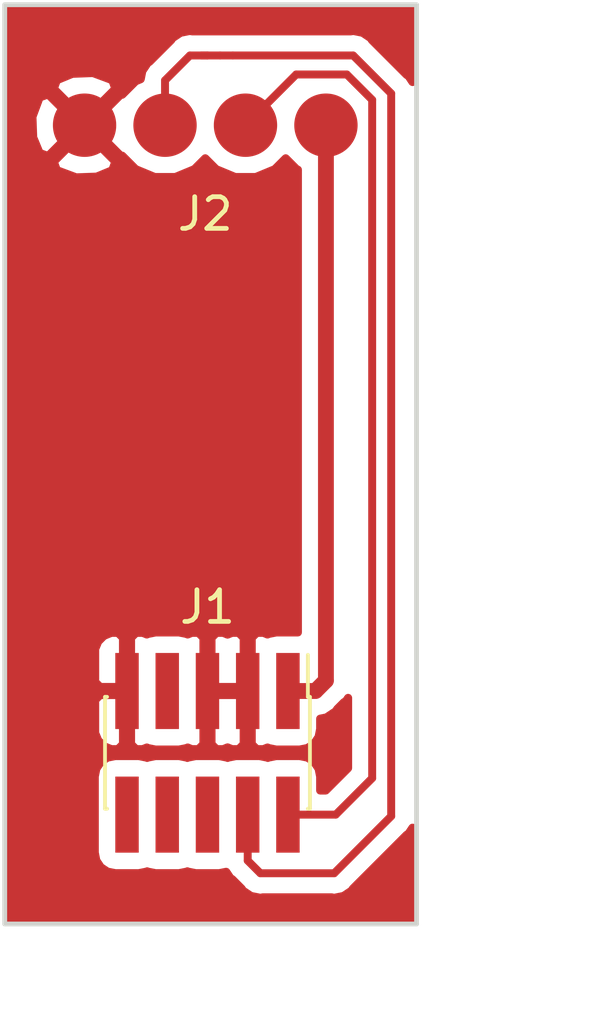
<source format=kicad_pcb>
(kicad_pcb (version 20171130) (host pcbnew 5.0.0-rc2-dev-unknown+dfsg1+20180318-3)

  (general
    (thickness 1.6)
    (drawings 6)
    (tracks 22)
    (zones 0)
    (modules 2)
    (nets 9)
  )

  (page A4)
  (layers
    (0 F.Cu signal)
    (31 B.Cu signal)
    (32 B.Adhes user)
    (33 F.Adhes user)
    (34 B.Paste user)
    (35 F.Paste user)
    (36 B.SilkS user)
    (37 F.SilkS user)
    (38 B.Mask user)
    (39 F.Mask user)
    (40 Dwgs.User user)
    (41 Cmts.User user)
    (42 Eco1.User user)
    (43 Eco2.User user)
    (44 Edge.Cuts user)
    (45 Margin user)
    (46 B.CrtYd user)
    (47 F.CrtYd user)
    (48 B.Fab user)
    (49 F.Fab user)
  )

  (setup
    (last_trace_width 0.25)
    (user_trace_width 0.25)
    (user_trace_width 0.5)
    (trace_clearance 0.25)
    (zone_clearance 0.508)
    (zone_45_only no)
    (trace_min 0.25)
    (segment_width 0.2)
    (edge_width 0.15)
    (via_size 0.8)
    (via_drill 0.4)
    (via_min_size 0.4)
    (via_min_drill 0.3)
    (uvia_size 0.3)
    (uvia_drill 0.1)
    (uvias_allowed no)
    (uvia_min_size 0.2)
    (uvia_min_drill 0.1)
    (pcb_text_width 0.3)
    (pcb_text_size 1.5 1.5)
    (mod_edge_width 0.15)
    (mod_text_size 1 1)
    (mod_text_width 0.15)
    (pad_size 1.524 1.524)
    (pad_drill 0.762)
    (pad_to_mask_clearance 0.2)
    (aux_axis_origin 0 0)
    (visible_elements FFFFFF7F)
    (pcbplotparams
      (layerselection 0x010fc_ffffffff)
      (usegerberextensions false)
      (usegerberattributes false)
      (usegerberadvancedattributes false)
      (creategerberjobfile false)
      (excludeedgelayer true)
      (linewidth 0.100000)
      (plotframeref false)
      (viasonmask false)
      (mode 1)
      (useauxorigin false)
      (hpglpennumber 1)
      (hpglpenspeed 20)
      (hpglpendiameter 15)
      (psnegative false)
      (psa4output false)
      (plotreference true)
      (plotvalue true)
      (plotinvisibletext false)
      (padsonsilk false)
      (subtractmaskfromsilk false)
      (outputformat 1)
      (mirror false)
      (drillshape 0)
      (scaleselection 1)
      (outputdirectory output/))
  )

  (net 0 "")
  (net 1 "Net-(J1-Pad1)")
  (net 2 "Net-(J1-Pad2)")
  (net 3 "Net-(J1-Pad4)")
  (net 4 "Net-(J1-Pad3)")
  (net 5 "Net-(J1-Pad6)")
  (net 6 "Net-(J1-Pad7)")
  (net 7 "Net-(J1-Pad8)")
  (net 8 "Net-(J1-Pad10)")

  (net_class Default "This is the default net class."
    (clearance 0.25)
    (trace_width 0.25)
    (via_dia 0.8)
    (via_drill 0.4)
    (uvia_dia 0.3)
    (uvia_drill 0.1)
    (diff_pair_gap 0.25)
    (diff_pair_width 0.25)
    (add_net "Net-(J1-Pad1)")
    (add_net "Net-(J1-Pad10)")
    (add_net "Net-(J1-Pad2)")
    (add_net "Net-(J1-Pad3)")
    (add_net "Net-(J1-Pad4)")
    (add_net "Net-(J1-Pad6)")
    (add_net "Net-(J1-Pad7)")
    (add_net "Net-(J1-Pad8)")
  )

  (module Connector_PinHeader_1.27mm:PinHeader_2x05_P1.27mm_Vertical_SMD (layer F.Cu) (tedit 59FED6E3) (tstamp 5B228E2B)
    (at 138.4 68.6 270)
    (descr "surface-mounted straight pin header, 2x05, 1.27mm pitch, double rows")
    (tags "Surface mounted pin header SMD 2x05 1.27mm double row")
    (path /5B076888)
    (attr smd)
    (fp_text reference J1 (at -4.6 0) (layer F.SilkS)
      (effects (font (size 1 1) (thickness 0.15)))
    )
    (fp_text value Conn_02x05_Odd_Even (at 0 4.235 90) (layer F.Fab)
      (effects (font (size 1 1) (thickness 0.15)))
    )
    (fp_line (start 1.705 3.175) (end -1.705 3.175) (layer F.Fab) (width 0.1))
    (fp_line (start -1.27 -3.175) (end 1.705 -3.175) (layer F.Fab) (width 0.1))
    (fp_line (start -1.705 3.175) (end -1.705 -2.74) (layer F.Fab) (width 0.1))
    (fp_line (start -1.705 -2.74) (end -1.27 -3.175) (layer F.Fab) (width 0.1))
    (fp_line (start 1.705 -3.175) (end 1.705 3.175) (layer F.Fab) (width 0.1))
    (fp_line (start -1.705 -2.74) (end -2.75 -2.74) (layer F.Fab) (width 0.1))
    (fp_line (start -2.75 -2.74) (end -2.75 -2.34) (layer F.Fab) (width 0.1))
    (fp_line (start -2.75 -2.34) (end -1.705 -2.34) (layer F.Fab) (width 0.1))
    (fp_line (start 1.705 -2.74) (end 2.75 -2.74) (layer F.Fab) (width 0.1))
    (fp_line (start 2.75 -2.74) (end 2.75 -2.34) (layer F.Fab) (width 0.1))
    (fp_line (start 2.75 -2.34) (end 1.705 -2.34) (layer F.Fab) (width 0.1))
    (fp_line (start -1.705 -1.47) (end -2.75 -1.47) (layer F.Fab) (width 0.1))
    (fp_line (start -2.75 -1.47) (end -2.75 -1.07) (layer F.Fab) (width 0.1))
    (fp_line (start -2.75 -1.07) (end -1.705 -1.07) (layer F.Fab) (width 0.1))
    (fp_line (start 1.705 -1.47) (end 2.75 -1.47) (layer F.Fab) (width 0.1))
    (fp_line (start 2.75 -1.47) (end 2.75 -1.07) (layer F.Fab) (width 0.1))
    (fp_line (start 2.75 -1.07) (end 1.705 -1.07) (layer F.Fab) (width 0.1))
    (fp_line (start -1.705 -0.2) (end -2.75 -0.2) (layer F.Fab) (width 0.1))
    (fp_line (start -2.75 -0.2) (end -2.75 0.2) (layer F.Fab) (width 0.1))
    (fp_line (start -2.75 0.2) (end -1.705 0.2) (layer F.Fab) (width 0.1))
    (fp_line (start 1.705 -0.2) (end 2.75 -0.2) (layer F.Fab) (width 0.1))
    (fp_line (start 2.75 -0.2) (end 2.75 0.2) (layer F.Fab) (width 0.1))
    (fp_line (start 2.75 0.2) (end 1.705 0.2) (layer F.Fab) (width 0.1))
    (fp_line (start -1.705 1.07) (end -2.75 1.07) (layer F.Fab) (width 0.1))
    (fp_line (start -2.75 1.07) (end -2.75 1.47) (layer F.Fab) (width 0.1))
    (fp_line (start -2.75 1.47) (end -1.705 1.47) (layer F.Fab) (width 0.1))
    (fp_line (start 1.705 1.07) (end 2.75 1.07) (layer F.Fab) (width 0.1))
    (fp_line (start 2.75 1.07) (end 2.75 1.47) (layer F.Fab) (width 0.1))
    (fp_line (start 2.75 1.47) (end 1.705 1.47) (layer F.Fab) (width 0.1))
    (fp_line (start -1.705 2.34) (end -2.75 2.34) (layer F.Fab) (width 0.1))
    (fp_line (start -2.75 2.34) (end -2.75 2.74) (layer F.Fab) (width 0.1))
    (fp_line (start -2.75 2.74) (end -1.705 2.74) (layer F.Fab) (width 0.1))
    (fp_line (start 1.705 2.34) (end 2.75 2.34) (layer F.Fab) (width 0.1))
    (fp_line (start 2.75 2.34) (end 2.75 2.74) (layer F.Fab) (width 0.1))
    (fp_line (start 2.75 2.74) (end 1.705 2.74) (layer F.Fab) (width 0.1))
    (fp_line (start -1.765 -3.235) (end 1.765 -3.235) (layer F.SilkS) (width 0.12))
    (fp_line (start -1.765 3.235) (end 1.765 3.235) (layer F.SilkS) (width 0.12))
    (fp_line (start -3.09 -3.17) (end -1.765 -3.17) (layer F.SilkS) (width 0.12))
    (fp_line (start -1.765 -3.235) (end -1.765 -3.17) (layer F.SilkS) (width 0.12))
    (fp_line (start 1.765 -3.235) (end 1.765 -3.17) (layer F.SilkS) (width 0.12))
    (fp_line (start -1.765 3.17) (end -1.765 3.235) (layer F.SilkS) (width 0.12))
    (fp_line (start 1.765 3.17) (end 1.765 3.235) (layer F.SilkS) (width 0.12))
    (fp_line (start -4.3 -3.7) (end -4.3 3.7) (layer F.CrtYd) (width 0.05))
    (fp_line (start -4.3 3.7) (end 4.3 3.7) (layer F.CrtYd) (width 0.05))
    (fp_line (start 4.3 3.7) (end 4.3 -3.7) (layer F.CrtYd) (width 0.05))
    (fp_line (start 4.3 -3.7) (end -4.3 -3.7) (layer F.CrtYd) (width 0.05))
    (fp_text user %R (at 0 0) (layer F.Fab)
      (effects (font (size 1 1) (thickness 0.15)))
    )
    (pad 1 smd rect (at -1.95 -2.54 270) (size 2.4 0.74) (layers F.Cu F.Paste F.Mask)
      (net 1 "Net-(J1-Pad1)"))
    (pad 2 smd rect (at 1.95 -2.54 270) (size 2.4 0.74) (layers F.Cu F.Paste F.Mask)
      (net 2 "Net-(J1-Pad2)"))
    (pad 3 smd rect (at -1.95 -1.27 270) (size 2.4 0.74) (layers F.Cu F.Paste F.Mask)
      (net 4 "Net-(J1-Pad3)"))
    (pad 4 smd rect (at 1.95 -1.27 270) (size 2.4 0.74) (layers F.Cu F.Paste F.Mask)
      (net 3 "Net-(J1-Pad4)"))
    (pad 5 smd rect (at -1.95 0 270) (size 2.4 0.74) (layers F.Cu F.Paste F.Mask)
      (net 4 "Net-(J1-Pad3)"))
    (pad 6 smd rect (at 1.95 0 270) (size 2.4 0.74) (layers F.Cu F.Paste F.Mask)
      (net 5 "Net-(J1-Pad6)"))
    (pad 7 smd rect (at -1.95 1.27 270) (size 2.4 0.74) (layers F.Cu F.Paste F.Mask)
      (net 6 "Net-(J1-Pad7)"))
    (pad 8 smd rect (at 1.95 1.27 270) (size 2.4 0.74) (layers F.Cu F.Paste F.Mask)
      (net 7 "Net-(J1-Pad8)"))
    (pad 9 smd rect (at -1.95 2.54 270) (size 2.4 0.74) (layers F.Cu F.Paste F.Mask)
      (net 4 "Net-(J1-Pad3)"))
    (pad 10 smd rect (at 1.95 2.54 270) (size 2.4 0.74) (layers F.Cu F.Paste F.Mask)
      (net 8 "Net-(J1-Pad10)"))
    (model ${KISYS3DMOD}/Connector_PinHeader_1.27mm.3dshapes/PinHeader_2x05_P1.27mm_Vertical_SMD.wrl
      (at (xyz 0 0 0))
      (scale (xyz 1 1 1))
      (rotate (xyz 0 0 0))
    )
  )

  (module DC26badge:SWD_POGO (layer F.Cu) (tedit 5B01D8E7) (tstamp 5B228CA6)
    (at 138.33 48.8 180)
    (path /5B0769F6)
    (fp_text reference J2 (at 0 -2.8 180) (layer F.SilkS)
      (effects (font (size 1 1) (thickness 0.15)))
    )
    (fp_text value Conn_01x04 (at 0 -3.048 180) (layer F.Fab)
      (effects (font (size 1 1) (thickness 0.15)))
    )
    (pad 1 smd circle (at -3.81 0 180) (size 2 2) (layers F.Cu F.Paste F.Mask)
      (net 1 "Net-(J1-Pad1)"))
    (pad 2 smd circle (at -1.27 0 180) (size 2 2) (layers F.Cu F.Paste F.Mask)
      (net 2 "Net-(J1-Pad2)"))
    (pad 3 smd circle (at 1.27 0 180) (size 2 2) (layers F.Cu F.Paste F.Mask)
      (net 3 "Net-(J1-Pad4)"))
    (pad 4 smd circle (at 3.81 0 180) (size 2 2) (layers F.Cu F.Paste F.Mask)
      (net 4 "Net-(J1-Pad3)"))
  )

  (dimension 13 (width 0.3) (layer Dwgs.User)
    (gr_text "13.000 mm" (at 138.5 77.35) (layer Dwgs.User)
      (effects (font (size 1.5 1.5) (thickness 0.3)))
    )
    (feature1 (pts (xy 145 74.6) (xy 145 78.7)))
    (feature2 (pts (xy 132 74.6) (xy 132 78.7)))
    (crossbar (pts (xy 132 76) (xy 145 76)))
    (arrow1a (pts (xy 145 76) (xy 143.873496 76.586421)))
    (arrow1b (pts (xy 145 76) (xy 143.873496 75.413579)))
    (arrow2a (pts (xy 132 76) (xy 133.126504 76.586421)))
    (arrow2b (pts (xy 132 76) (xy 133.126504 75.413579)))
  )
  (dimension 29 (width 0.3) (layer Dwgs.User)
    (gr_text "29.000 mm" (at 148.15 59.5 270) (layer Dwgs.User)
      (effects (font (size 1.5 1.5) (thickness 0.3)))
    )
    (feature1 (pts (xy 145.4 74) (xy 149.5 74)))
    (feature2 (pts (xy 145.4 45) (xy 149.5 45)))
    (crossbar (pts (xy 146.8 45) (xy 146.8 74)))
    (arrow1a (pts (xy 146.8 74) (xy 146.213579 72.873496)))
    (arrow1b (pts (xy 146.8 74) (xy 147.386421 72.873496)))
    (arrow2a (pts (xy 146.8 45) (xy 146.213579 46.126504)))
    (arrow2b (pts (xy 146.8 45) (xy 147.386421 46.126504)))
  )
  (gr_line (start 132 45) (end 132 74) (layer Edge.Cuts) (width 0.15))
  (gr_line (start 145 45) (end 132 45) (layer Edge.Cuts) (width 0.15))
  (gr_line (start 145 74) (end 145 45) (layer Edge.Cuts) (width 0.15))
  (gr_line (start 132 74) (end 145 74) (layer Edge.Cuts) (width 0.15))

  (segment (start 142.14 48.8) (end 142.14 66.32) (width 0.5) (layer F.Cu) (net 1))
  (segment (start 142.14 66.32) (end 141.81 66.65) (width 0.5) (layer F.Cu) (net 1))
  (segment (start 141.81 66.65) (end 140.94 66.65) (width 0.5) (layer F.Cu) (net 1))
  (segment (start 141.2 47.2) (end 142.8 47.2) (width 0.25) (layer F.Cu) (net 2))
  (segment (start 139.6 48.8) (end 141.2 47.2) (width 0.25) (layer F.Cu) (net 2))
  (segment (start 142.8 47.2) (end 143.6 48) (width 0.25) (layer F.Cu) (net 2))
  (segment (start 143.6 69.4) (end 142.45 70.55) (width 0.25) (layer F.Cu) (net 2))
  (segment (start 143.6 48) (end 143.6 69.4) (width 0.25) (layer F.Cu) (net 2))
  (segment (start 142.45 70.55) (end 140.94 70.55) (width 0.25) (layer F.Cu) (net 2))
  (segment (start 138.4 46.6) (end 138.2 46.6) (width 0.25) (layer F.Cu) (net 3))
  (segment (start 138.8 46.6) (end 138.4 46.6) (width 0.25) (layer F.Cu) (net 3))
  (segment (start 137.06 48.8) (end 137.06 47.385787) (width 0.25) (layer F.Cu) (net 3))
  (segment (start 137.06 47.385787) (end 137.845787 46.6) (width 0.25) (layer F.Cu) (net 3))
  (segment (start 137.845787 46.6) (end 138.4 46.6) (width 0.25) (layer F.Cu) (net 3))
  (segment (start 139.2 46.6) (end 138.8 46.6) (width 0.25) (layer F.Cu) (net 3))
  (segment (start 143 46.6) (end 139.2 46.6) (width 0.25) (layer F.Cu) (net 3))
  (segment (start 144.2 47.8) (end 143 46.6) (width 0.25) (layer F.Cu) (net 3))
  (segment (start 144.2 70.6) (end 144.2 47.8) (width 0.25) (layer F.Cu) (net 3))
  (segment (start 142.4 72.4) (end 144.2 70.6) (width 0.25) (layer F.Cu) (net 3))
  (segment (start 140.07 72.4) (end 142.4 72.4) (width 0.25) (layer F.Cu) (net 3))
  (segment (start 139.67 70.55) (end 139.67 72) (width 0.25) (layer F.Cu) (net 3))
  (segment (start 139.67 72) (end 140.07 72.4) (width 0.25) (layer F.Cu) (net 3))

  (zone (net 4) (net_name "Net-(J1-Pad3)") (layer F.Cu) (tstamp 0) (hatch edge 0.508)
    (connect_pads (clearance 0.508))
    (min_thickness 0.254)
    (fill yes (mode segment) (arc_segments 16) (thermal_gap 0.508) (thermal_bridge_width 0.508))
    (polygon
      (pts
        (xy 132 45) (xy 132 74) (xy 145 74) (xy 145 45)
      )
    )
    (filled_polygon
      (pts
        (xy 144.873 47.439253) (xy 144.747929 47.252071) (xy 144.684473 47.209671) (xy 143.590331 46.11553) (xy 143.547929 46.052071)
        (xy 143.296537 45.884096) (xy 143.074852 45.84) (xy 143.074847 45.84) (xy 143 45.825112) (xy 142.925153 45.84)
        (xy 137.920635 45.84) (xy 137.845787 45.825112) (xy 137.770939 45.84) (xy 137.770935 45.84) (xy 137.54925 45.884096)
        (xy 137.297858 46.052071) (xy 137.255458 46.115527) (xy 136.575528 46.795458) (xy 136.512072 46.837858) (xy 136.344097 47.08925)
        (xy 136.317073 47.225111) (xy 136.292597 47.348158) (xy 136.133847 47.413914) (xy 135.707689 47.840072) (xy 135.672532 47.827073)
        (xy 134.699605 48.8) (xy 135.672532 49.772927) (xy 135.707689 49.759928) (xy 136.133847 50.186086) (xy 136.734778 50.435)
        (xy 137.385222 50.435) (xy 137.986153 50.186086) (xy 138.33 49.842239) (xy 138.673847 50.186086) (xy 139.274778 50.435)
        (xy 139.925222 50.435) (xy 140.526153 50.186086) (xy 140.87 49.842239) (xy 141.213847 50.186086) (xy 141.255 50.203132)
        (xy 141.255001 64.80256) (xy 140.57 64.80256) (xy 140.322235 64.851843) (xy 140.296604 64.868969) (xy 140.16631 64.815)
        (xy 139.95575 64.815) (xy 139.797 64.97375) (xy 139.797 66.523) (xy 139.817 66.523) (xy 139.817 66.777)
        (xy 139.797 66.777) (xy 139.797 68.32625) (xy 139.95575 68.485) (xy 140.16631 68.485) (xy 140.296604 68.431031)
        (xy 140.322235 68.448157) (xy 140.57 68.49744) (xy 141.31 68.49744) (xy 141.557765 68.448157) (xy 141.767809 68.307809)
        (xy 141.908157 68.097765) (xy 141.95744 67.85) (xy 141.95744 67.523011) (xy 142.15531 67.483652) (xy 142.448049 67.288049)
        (xy 142.497425 67.214153) (xy 142.704153 67.007425) (xy 142.778049 66.958049) (xy 142.840001 66.865332) (xy 142.840001 69.085197)
        (xy 142.135199 69.79) (xy 141.95744 69.79) (xy 141.95744 69.35) (xy 141.908157 69.102235) (xy 141.767809 68.892191)
        (xy 141.557765 68.751843) (xy 141.31 68.70256) (xy 140.57 68.70256) (xy 140.322235 68.751843) (xy 140.305 68.763359)
        (xy 140.287765 68.751843) (xy 140.04 68.70256) (xy 139.3 68.70256) (xy 139.052235 68.751843) (xy 139.035 68.763359)
        (xy 139.017765 68.751843) (xy 138.77 68.70256) (xy 138.03 68.70256) (xy 137.782235 68.751843) (xy 137.765 68.763359)
        (xy 137.747765 68.751843) (xy 137.5 68.70256) (xy 136.76 68.70256) (xy 136.512235 68.751843) (xy 136.495 68.763359)
        (xy 136.477765 68.751843) (xy 136.23 68.70256) (xy 135.49 68.70256) (xy 135.242235 68.751843) (xy 135.032191 68.892191)
        (xy 134.891843 69.102235) (xy 134.84256 69.35) (xy 134.84256 71.75) (xy 134.891843 71.997765) (xy 135.032191 72.207809)
        (xy 135.242235 72.348157) (xy 135.49 72.39744) (xy 136.23 72.39744) (xy 136.477765 72.348157) (xy 136.495 72.336641)
        (xy 136.512235 72.348157) (xy 136.76 72.39744) (xy 137.5 72.39744) (xy 137.747765 72.348157) (xy 137.765 72.336641)
        (xy 137.782235 72.348157) (xy 138.03 72.39744) (xy 138.77 72.39744) (xy 138.992011 72.35328) (xy 139.122072 72.547929)
        (xy 139.185527 72.590329) (xy 139.479671 72.884472) (xy 139.522071 72.947929) (xy 139.773463 73.115904) (xy 139.995148 73.16)
        (xy 139.995152 73.16) (xy 140.069999 73.174888) (xy 140.144846 73.16) (xy 142.325153 73.16) (xy 142.4 73.174888)
        (xy 142.474847 73.16) (xy 142.474852 73.16) (xy 142.696537 73.115904) (xy 142.947929 72.947929) (xy 142.990331 72.88447)
        (xy 144.684476 71.190327) (xy 144.747929 71.147929) (xy 144.790327 71.084476) (xy 144.790329 71.084474) (xy 144.873 70.960747)
        (xy 144.873 73.873) (xy 132.127 73.873) (xy 132.127 66.93575) (xy 134.855 66.93575) (xy 134.855 67.976309)
        (xy 134.951673 68.209698) (xy 135.130301 68.388327) (xy 135.36369 68.485) (xy 135.57425 68.485) (xy 135.733 68.32625)
        (xy 135.733 66.777) (xy 135.01375 66.777) (xy 134.855 66.93575) (xy 132.127 66.93575) (xy 132.127 65.323691)
        (xy 134.855 65.323691) (xy 134.855 66.36425) (xy 135.01375 66.523) (xy 135.733 66.523) (xy 135.733 64.97375)
        (xy 135.987 64.97375) (xy 135.987 66.523) (xy 136.007 66.523) (xy 136.007 66.777) (xy 135.987 66.777)
        (xy 135.987 68.32625) (xy 136.14575 68.485) (xy 136.35631 68.485) (xy 136.486604 68.431031) (xy 136.512235 68.448157)
        (xy 136.76 68.49744) (xy 137.5 68.49744) (xy 137.747765 68.448157) (xy 137.773396 68.431031) (xy 137.90369 68.485)
        (xy 138.11425 68.485) (xy 138.273 68.32625) (xy 138.273 66.777) (xy 138.527 66.777) (xy 138.527 68.32625)
        (xy 138.68575 68.485) (xy 138.89631 68.485) (xy 139.035 68.427553) (xy 139.17369 68.485) (xy 139.38425 68.485)
        (xy 139.543 68.32625) (xy 139.543 66.777) (xy 138.527 66.777) (xy 138.273 66.777) (xy 138.253 66.777)
        (xy 138.253 66.523) (xy 138.273 66.523) (xy 138.273 64.97375) (xy 138.527 64.97375) (xy 138.527 66.523)
        (xy 139.543 66.523) (xy 139.543 64.97375) (xy 139.38425 64.815) (xy 139.17369 64.815) (xy 139.035 64.872447)
        (xy 138.89631 64.815) (xy 138.68575 64.815) (xy 138.527 64.97375) (xy 138.273 64.97375) (xy 138.11425 64.815)
        (xy 137.90369 64.815) (xy 137.773396 64.868969) (xy 137.747765 64.851843) (xy 137.5 64.80256) (xy 136.76 64.80256)
        (xy 136.512235 64.851843) (xy 136.486604 64.868969) (xy 136.35631 64.815) (xy 136.14575 64.815) (xy 135.987 64.97375)
        (xy 135.733 64.97375) (xy 135.57425 64.815) (xy 135.36369 64.815) (xy 135.130301 64.911673) (xy 134.951673 65.090302)
        (xy 134.855 65.323691) (xy 132.127 65.323691) (xy 132.127 49.952532) (xy 133.547073 49.952532) (xy 133.645736 50.219387)
        (xy 134.255461 50.445908) (xy 134.90546 50.421856) (xy 135.394264 50.219387) (xy 135.492927 49.952532) (xy 134.52 48.979605)
        (xy 133.547073 49.952532) (xy 132.127 49.952532) (xy 132.127 48.535461) (xy 132.874092 48.535461) (xy 132.898144 49.18546)
        (xy 133.100613 49.674264) (xy 133.367468 49.772927) (xy 134.340395 48.8) (xy 133.367468 47.827073) (xy 133.100613 47.925736)
        (xy 132.874092 48.535461) (xy 132.127 48.535461) (xy 132.127 47.647468) (xy 133.547073 47.647468) (xy 134.52 48.620395)
        (xy 135.492927 47.647468) (xy 135.394264 47.380613) (xy 134.784539 47.154092) (xy 134.13454 47.178144) (xy 133.645736 47.380613)
        (xy 133.547073 47.647468) (xy 132.127 47.647468) (xy 132.127 45.127) (xy 144.873 45.127)
      )
    )
    (fill_segments
      (pts (xy 144.873 45.127) (xy 132.127 45.127))
      (pts (xy 144.873 45.3683) (xy 132.127 45.3683))
      (pts (xy 144.873 45.6096) (xy 132.127 45.6096))
      (pts (xy 137.716138 45.8509) (xy 132.127 45.8509))
      (pts (xy 144.873 45.8509) (xy 143.12965 45.8509))
      (pts (xy 137.271045 46.0922) (xy 132.127 46.0922))
      (pts (xy 144.873 46.0922) (xy 143.574743 46.0922))
      (pts (xy 137.037486 46.3335) (xy 132.127 46.3335))
      (pts (xy 144.873 46.3335) (xy 143.808302 46.3335))
      (pts (xy 136.796186 46.5748) (xy 132.127 46.5748))
      (pts (xy 144.873 46.5748) (xy 144.049602 46.5748))
      (pts (xy 136.544636 46.8161) (xy 132.127 46.8161))
      (pts (xy 144.873 46.8161) (xy 144.290902 46.8161))
      (pts (xy 136.365379 47.0574) (xy 132.127 47.0574))
      (pts (xy 144.873 47.0574) (xy 144.532202 47.0574))
      (pts (xy 133.843492 47.2987) (xy 132.127 47.2987))
      (pts (xy 136.302435 47.2987) (xy 135.17378 47.2987))
      (pts (xy 144.873 47.2987) (xy 144.779086 47.2987))
      (pts (xy 133.586807 47.54) (xy 132.127 47.54))
      (pts (xy 136.007761 47.54) (xy 135.453194 47.54))
      (pts (xy 133.680905 47.7813) (xy 132.127 47.7813))
      (pts (xy 135.766461 47.7813) (xy 135.359095 47.7813))
      (pts (xy 133.064627 48.0226) (xy 132.127 48.0226))
      (pts (xy 133.922205 48.0226) (xy 133.562995 48.0226))
      (pts (xy 135.477005 48.0226) (xy 135.117795 48.0226))
      (pts (xy 132.974981 48.2639) (xy 132.127 48.2639))
      (pts (xy 134.163505 48.2639) (xy 133.804295 48.2639))
      (pts (xy 135.235705 48.2639) (xy 134.876495 48.2639))
      (pts (xy 132.885335 48.5052) (xy 132.127 48.5052))
      (pts (xy 134.404805 48.5052) (xy 134.045595 48.5052))
      (pts (xy 134.994405 48.5052) (xy 134.635195 48.5052))
      (pts (xy 132.881901 48.7465) (xy 132.127 48.7465))
      (pts (xy 134.753105 48.7465) (xy 134.286895 48.7465))
      (pts (xy 132.890829 48.9878) (xy 132.127 48.9878))
      (pts (xy 134.511805 48.9878) (xy 134.152595 48.9878))
      (pts (xy 134.887405 48.9878) (xy 134.528195 48.9878))
      (pts (xy 132.91622 49.2291) (xy 132.127 49.2291))
      (pts (xy 134.270505 49.2291) (xy 133.911295 49.2291))
      (pts (xy 135.128705 49.2291) (xy 134.769495 49.2291))
      (pts (xy 133.016169 49.4704) (xy 132.127 49.4704))
      (pts (xy 134.029205 49.4704) (xy 133.669995 49.4704))
      (pts (xy 135.370005 49.4704) (xy 135.010795 49.4704))
      (pts (xy 133.201866 49.7117) (xy 132.127 49.7117))
      (pts (xy 133.787905 49.7117) (xy 133.428695 49.7117))
      (pts (xy 135.611305 49.7117) (xy 135.252095 49.7117))
      (pts (xy 133.547246 49.953) (xy 132.127 49.953))
      (pts (xy 135.900761 49.953) (xy 135.492753 49.953))
      (pts (xy 138.440761 49.953) (xy 138.219239 49.953))
      (pts (xy 140.980761 49.953) (xy 140.759239 49.953))
      (pts (xy 133.63646 50.1943) (xy 132.127 50.1943))
      (pts (xy 136.153677 50.1943) (xy 135.403539 50.1943))
      (pts (xy 138.693677 50.1943) (xy 137.966322 50.1943))
      (pts (xy 141.233677 50.1943) (xy 140.506322 50.1943))
      (pts (xy 134.227715 50.4356) (xy 132.127 50.4356))
      (pts (xy 141.255 50.4356) (xy 134.534032 50.4356))
      (pts (xy 141.255 50.6769) (xy 132.127 50.6769))
      (pts (xy 141.255 50.9182) (xy 132.127 50.9182))
      (pts (xy 141.255 51.1595) (xy 132.127 51.1595))
      (pts (xy 141.255 51.4008) (xy 132.127 51.4008))
      (pts (xy 141.255 51.6421) (xy 132.127 51.6421))
      (pts (xy 141.255 51.8834) (xy 132.127 51.8834))
      (pts (xy 141.255 52.1247) (xy 132.127 52.1247))
      (pts (xy 141.255 52.366) (xy 132.127 52.366))
      (pts (xy 141.255 52.6073) (xy 132.127 52.6073))
      (pts (xy 141.255 52.8486) (xy 132.127 52.8486))
      (pts (xy 141.255 53.0899) (xy 132.127 53.0899))
      (pts (xy 141.255 53.3312) (xy 132.127 53.3312))
      (pts (xy 141.255 53.5725) (xy 132.127 53.5725))
      (pts (xy 141.255 53.8138) (xy 132.127 53.8138))
      (pts (xy 141.255 54.0551) (xy 132.127 54.0551))
      (pts (xy 141.255 54.2964) (xy 132.127 54.2964))
      (pts (xy 141.255 54.5377) (xy 132.127 54.5377))
      (pts (xy 141.255 54.779) (xy 132.127 54.779))
      (pts (xy 141.255 55.0203) (xy 132.127 55.0203))
      (pts (xy 141.255 55.2616) (xy 132.127 55.2616))
      (pts (xy 141.255 55.5029) (xy 132.127 55.5029))
      (pts (xy 141.255 55.7442) (xy 132.127 55.7442))
      (pts (xy 141.255 55.9855) (xy 132.127 55.9855))
      (pts (xy 141.255 56.2268) (xy 132.127 56.2268))
      (pts (xy 141.255 56.4681) (xy 132.127 56.4681))
      (pts (xy 141.255 56.7094) (xy 132.127 56.7094))
      (pts (xy 141.255 56.9507) (xy 132.127 56.9507))
      (pts (xy 141.255 57.192) (xy 132.127 57.192))
      (pts (xy 141.255 57.4333) (xy 132.127 57.4333))
      (pts (xy 141.255 57.6746) (xy 132.127 57.6746))
      (pts (xy 141.255 57.9159) (xy 132.127 57.9159))
      (pts (xy 141.255 58.1572) (xy 132.127 58.1572))
      (pts (xy 141.255 58.3985) (xy 132.127 58.3985))
      (pts (xy 141.255 58.6398) (xy 132.127 58.6398))
      (pts (xy 141.255 58.8811) (xy 132.127 58.8811))
      (pts (xy 141.255 59.1224) (xy 132.127 59.1224))
      (pts (xy 141.255 59.3637) (xy 132.127 59.3637))
      (pts (xy 141.255 59.605) (xy 132.127 59.605))
      (pts (xy 141.255 59.8463) (xy 132.127 59.8463))
      (pts (xy 141.255 60.0876) (xy 132.127 60.0876))
      (pts (xy 141.255 60.3289) (xy 132.127 60.3289))
      (pts (xy 141.255 60.5702) (xy 132.127 60.5702))
      (pts (xy 141.255 60.8115) (xy 132.127 60.8115))
      (pts (xy 141.255 61.0528) (xy 132.127 61.0528))
      (pts (xy 141.255 61.2941) (xy 132.127 61.2941))
      (pts (xy 141.255 61.5354) (xy 132.127 61.5354))
      (pts (xy 141.255 61.7767) (xy 132.127 61.7767))
      (pts (xy 141.255 62.018) (xy 132.127 62.018))
      (pts (xy 141.255 62.2593) (xy 132.127 62.2593))
      (pts (xy 141.255 62.5006) (xy 132.127 62.5006))
      (pts (xy 141.255 62.7419) (xy 132.127 62.7419))
      (pts (xy 141.255 62.9832) (xy 132.127 62.9832))
      (pts (xy 141.255 63.2245) (xy 132.127 63.2245))
      (pts (xy 141.255 63.4658) (xy 132.127 63.4658))
      (pts (xy 141.255 63.7071) (xy 132.127 63.7071))
      (pts (xy 141.255 63.9484) (xy 132.127 63.9484))
      (pts (xy 141.255 64.1897) (xy 132.127 64.1897))
      (pts (xy 141.255 64.431) (xy 132.127 64.431))
      (pts (xy 141.255 64.6723) (xy 132.127 64.6723))
      (pts (xy 135.128375 64.9136) (xy 132.127 64.9136))
      (pts (xy 136.04715 64.9136) (xy 135.67285 64.9136))
      (pts (xy 138.58715 64.9136) (xy 138.21285 64.9136))
      (pts (xy 139.85715 64.9136) (xy 139.48285 64.9136))
      (pts (xy 134.924916 65.1549) (xy 132.127 65.1549))
      (pts (xy 135.987 65.1549) (xy 135.733 65.1549))
      (pts (xy 138.527 65.1549) (xy 138.273 65.1549))
      (pts (xy 139.797 65.1549) (xy 139.543 65.1549))
      (pts (xy 134.855 65.3962) (xy 132.127 65.3962))
      (pts (xy 135.987 65.3962) (xy 135.733 65.3962))
      (pts (xy 138.527 65.3962) (xy 138.273 65.3962))
      (pts (xy 139.797 65.3962) (xy 139.543 65.3962))
      (pts (xy 134.855 65.6375) (xy 132.127 65.6375))
      (pts (xy 135.987 65.6375) (xy 135.733 65.6375))
      (pts (xy 138.527 65.6375) (xy 138.273 65.6375))
      (pts (xy 139.797 65.6375) (xy 139.543 65.6375))
      (pts (xy 134.855 65.8788) (xy 132.127 65.8788))
      (pts (xy 135.987 65.8788) (xy 135.733 65.8788))
      (pts (xy 138.527 65.8788) (xy 138.273 65.8788))
      (pts (xy 139.797 65.8788) (xy 139.543 65.8788))
      (pts (xy 134.855 66.1201) (xy 132.127 66.1201))
      (pts (xy 135.987 66.1201) (xy 135.733 66.1201))
      (pts (xy 138.527 66.1201) (xy 138.273 66.1201))
      (pts (xy 139.797 66.1201) (xy 139.543 66.1201))
      (pts (xy 134.855 66.3614) (xy 132.127 66.3614))
      (pts (xy 135.987 66.3614) (xy 135.733 66.3614))
      (pts (xy 138.527 66.3614) (xy 138.273 66.3614))
      (pts (xy 139.797 66.3614) (xy 139.543 66.3614))
      (pts (xy 136.007 66.6027) (xy 132.127 66.6027))
      (pts (xy 139.817 66.6027) (xy 138.253 66.6027))
      (pts (xy 134.94675 66.844) (xy 132.127 66.844))
      (pts (xy 135.987 66.844) (xy 135.733 66.844))
      (pts (xy 138.527 66.844) (xy 138.273 66.844))
      (pts (xy 139.797 66.844) (xy 139.543 66.844))
      (pts (xy 134.855 67.0853) (xy 132.127 67.0853))
      (pts (xy 135.987 67.0853) (xy 135.733 67.0853))
      (pts (xy 138.527 67.0853) (xy 138.273 67.0853))
      (pts (xy 139.797 67.0853) (xy 139.543 67.0853))
      (pts (xy 142.840001 67.0853) (xy 142.626278 67.0853))
      (pts (xy 134.855 67.3266) (xy 132.127 67.3266))
      (pts (xy 135.987 67.3266) (xy 135.733 67.3266))
      (pts (xy 138.527 67.3266) (xy 138.273 67.3266))
      (pts (xy 139.797 67.3266) (xy 139.543 67.3266))
      (pts (xy 142.840001 67.3266) (xy 142.390353 67.3266))
      (pts (xy 134.855 67.5679) (xy 132.127 67.5679))
      (pts (xy 135.987 67.5679) (xy 135.733 67.5679))
      (pts (xy 138.527 67.5679) (xy 138.273 67.5679))
      (pts (xy 139.797 67.5679) (xy 139.543 67.5679))
      (pts (xy 142.840001 67.5679) (xy 141.95744 67.5679))
      (pts (xy 134.855 67.8092) (xy 132.127 67.8092))
      (pts (xy 135.987 67.8092) (xy 135.733 67.8092))
      (pts (xy 138.527 67.8092) (xy 138.273 67.8092))
      (pts (xy 139.797 67.8092) (xy 139.543 67.8092))
      (pts (xy 142.840001 67.8092) (xy 141.95744 67.8092))
      (pts (xy 134.88573 68.0505) (xy 132.127 68.0505))
      (pts (xy 135.987 68.0505) (xy 135.733 68.0505))
      (pts (xy 138.527 68.0505) (xy 138.273 68.0505))
      (pts (xy 139.797 68.0505) (xy 139.543 68.0505))
      (pts (xy 142.840001 68.0505) (xy 141.917558 68.0505))
      (pts (xy 135.033774 68.2918) (xy 132.127 68.2918))
      (pts (xy 135.987 68.2918) (xy 135.733 68.2918))
      (pts (xy 138.527 68.2918) (xy 138.273 68.2918))
      (pts (xy 139.797 68.2918) (xy 139.543 68.2918))
      (pts (xy 142.840001 68.2918) (xy 141.778505 68.2918))
      (pts (xy 142.840001 68.5331) (xy 132.127 68.5331))
      (pts (xy 135.208477 68.7744) (xy 132.127 68.7744))
      (pts (xy 142.840001 68.7744) (xy 141.591524 68.7744))
      (pts (xy 134.949665 69.0157) (xy 132.127 69.0157))
      (pts (xy 142.840001 69.0157) (xy 141.850336 69.0157))
      (pts (xy 134.861059 69.257) (xy 132.127 69.257))
      (pts (xy 142.668199 69.257) (xy 141.938942 69.257))
      (pts (xy 134.84256 69.4983) (xy 132.127 69.4983))
      (pts (xy 142.426899 69.4983) (xy 141.95744 69.4983))
      (pts (xy 134.84256 69.7396) (xy 132.127 69.7396))
      (pts (xy 142.185599 69.7396) (xy 141.95744 69.7396))
      (pts (xy 134.84256 69.9809) (xy 132.127 69.9809))
      (pts (xy 134.84256 70.2222) (xy 132.127 70.2222))
      (pts (xy 134.84256 70.4635) (xy 132.127 70.4635))
      (pts (xy 134.84256 70.7048) (xy 132.127 70.7048))
      (pts (xy 134.84256 70.9461) (xy 132.127 70.9461))
      (pts (xy 134.84256 71.1874) (xy 132.127 71.1874))
      (pts (xy 144.873 71.1874) (xy 144.688856 71.1874))
      (pts (xy 134.84256 71.4287) (xy 132.127 71.4287))
      (pts (xy 144.873 71.4287) (xy 144.446102 71.4287))
      (pts (xy 134.84256 71.67) (xy 132.127 71.67))
      (pts (xy 144.873 71.67) (xy 144.204802 71.67))
      (pts (xy 134.874644 71.9113) (xy 132.127 71.9113))
      (pts (xy 144.873 71.9113) (xy 143.963502 71.9113))
      (pts (xy 134.995301 72.1526) (xy 132.127 72.1526))
      (pts (xy 144.873 72.1526) (xy 143.722201 72.1526))
      (pts (xy 135.472203 72.3939) (xy 132.127 72.3939))
      (pts (xy 136.742203 72.3939) (xy 136.247796 72.3939))
      (pts (xy 138.012203 72.3939) (xy 137.517796 72.3939))
      (pts (xy 139.019152 72.3939) (xy 138.787797 72.3939))
      (pts (xy 144.873 72.3939) (xy 143.480901 72.3939))
      (pts (xy 139.230398 72.6352) (xy 132.127 72.6352))
      (pts (xy 144.873 72.6352) (xy 143.239601 72.6352))
      (pts (xy 139.471698 72.8765) (xy 132.127 72.8765))
      (pts (xy 144.873 72.8765) (xy 142.998301 72.8765))
      (pts (xy 139.782994 73.1178) (xy 132.127 73.1178))
      (pts (xy 144.873 73.1178) (xy 142.687005 73.1178))
      (pts (xy 144.873 73.3591) (xy 132.127 73.3591))
      (pts (xy 144.873 73.6004) (xy 132.127 73.6004))
      (pts (xy 144.873 73.8417) (xy 132.127 73.8417))
      (pts (xy 144.873 47.439253) (xy 144.873 45.127))
      (pts (xy 144.873 73.873) (xy 144.873 70.960747))
      (pts (xy 144.6317 47.156899) (xy 144.6317 45.127))
      (pts (xy 144.6317 73.873) (xy 144.6317 71.243103))
      (pts (xy 144.3904 46.915599) (xy 144.3904 45.127))
      (pts (xy 144.3904 73.873) (xy 144.3904 71.484403))
      (pts (xy 144.1491 46.674299) (xy 144.1491 45.127))
      (pts (xy 144.1491 73.873) (xy 144.1491 71.725703))
      (pts (xy 143.9078 46.432999) (xy 143.9078 45.127))
      (pts (xy 143.9078 73.873) (xy 143.9078 71.967003))
      (pts (xy 143.6665 46.191699) (xy 143.6665 45.127))
      (pts (xy 143.6665 73.873) (xy 143.6665 72.208302))
      (pts (xy 143.4252 45.970066) (xy 143.4252 45.127))
      (pts (xy 143.4252 73.873) (xy 143.4252 72.449602))
      (pts (xy 143.1839 45.861692) (xy 143.1839 45.127))
      (pts (xy 143.1839 73.873) (xy 143.1839 72.690902))
      (pts (xy 142.9426 45.836529) (xy 142.9426 45.127))
      (pts (xy 142.9426 73.873) (xy 142.9426 72.95149))
      (pts (xy 142.7013 45.84) (xy 142.7013 45.127))
      (pts (xy 142.7013 69.223898) (xy 142.7013 67.010278))
      (pts (xy 142.7013 73.873) (xy 142.7013 73.112722))
      (pts (xy 142.46 45.84) (xy 142.46 45.127))
      (pts (xy 142.46 69.465198) (xy 142.46 67.270164))
      (pts (xy 142.46 73.873) (xy 142.46 73.162954))
      (pts (xy 142.2187 45.84) (xy 142.2187 45.127))
      (pts (xy 142.2187 69.706498) (xy 142.2187 67.441296))
      (pts (xy 142.2187 73.873) (xy 142.2187 73.16))
      (pts (xy 141.9774 45.84) (xy 141.9774 45.127))
      (pts (xy 141.9774 69.79) (xy 141.9774 67.519041))
      (pts (xy 141.9774 73.873) (xy 141.9774 73.16))
      (pts (xy 141.7361 45.84) (xy 141.7361 45.127))
      (pts (xy 141.7361 68.871004) (xy 141.7361 68.328997))
      (pts (xy 141.7361 73.873) (xy 141.7361 73.16))
      (pts (xy 141.4948 45.84) (xy 141.4948 45.127))
      (pts (xy 141.4948 68.739319) (xy 141.4948 68.460682))
      (pts (xy 141.4948 73.873) (xy 141.4948 73.16))
      (pts (xy 141.2535 45.84) (xy 141.2535 45.127))
      (pts (xy 141.2535 64.80256) (xy 141.2535 50.20251))
      (pts (xy 141.2535 68.70256) (xy 141.2535 68.49744))
      (pts (xy 141.2535 73.873) (xy 141.2535 73.16))
      (pts (xy 141.0122 45.84) (xy 141.0122 45.127))
      (pts (xy 141.0122 64.80256) (xy 141.0122 49.984439))
      (pts (xy 141.0122 68.70256) (xy 141.0122 68.49744))
      (pts (xy 141.0122 73.873) (xy 141.0122 73.16))
      (pts (xy 140.7709 45.84) (xy 140.7709 45.127))
      (pts (xy 140.7709 64.80256) (xy 140.7709 49.941339))
      (pts (xy 140.7709 68.70256) (xy 140.7709 68.49744))
      (pts (xy 140.7709 73.873) (xy 140.7709 73.16))
      (pts (xy 140.5296 45.84) (xy 140.5296 45.127))
      (pts (xy 140.5296 64.810595) (xy 140.5296 50.182639))
      (pts (xy 140.5296 68.710595) (xy 140.5296 68.489404))
      (pts (xy 140.5296 73.873) (xy 140.5296 73.16))
      (pts (xy 140.2883 45.84) (xy 140.2883 45.127))
      (pts (xy 140.2883 64.86553) (xy 140.2883 50.284609))
      (pts (xy 140.2883 68.752201) (xy 140.2883 68.434471))
      (pts (xy 140.2883 73.873) (xy 140.2883 73.16))
      (pts (xy 140.047 45.84) (xy 140.047 45.127))
      (pts (xy 140.047 64.815) (xy 140.047 50.384558))
      (pts (xy 140.047 68.703953) (xy 140.047 68.485))
      (pts (xy 140.047 73.873) (xy 140.047 73.170313))
      (pts (xy 139.8057 45.84) (xy 139.8057 45.127))
      (pts (xy 139.8057 64.96505) (xy 139.8057 50.435))
      (pts (xy 139.8057 66.777) (xy 139.8057 66.523))
      (pts (xy 139.8057 68.70256) (xy 139.8057 68.33495))
      (pts (xy 139.8057 73.873) (xy 139.8057 73.122316))
      (pts (xy 139.5644 45.84) (xy 139.5644 45.127))
      (pts (xy 139.5644 68.70256) (xy 139.5644 50.435))
      (pts (xy 139.5644 73.873) (xy 139.5644 72.976212))
      (pts (xy 139.3231 45.84) (xy 139.3231 45.127))
      (pts (xy 139.3231 64.815) (xy 139.3231 50.435))
      (pts (xy 139.3231 66.777) (xy 139.3231 66.523))
      (pts (xy 139.3231 68.70256) (xy 139.3231 68.485))
      (pts (xy 139.3231 73.873) (xy 139.3231 72.727901))
      (pts (xy 139.0818 45.84) (xy 139.0818 45.127))
      (pts (xy 139.0818 64.853061) (xy 139.0818 50.355065))
      (pts (xy 139.0818 66.777) (xy 139.0818 66.523))
      (pts (xy 139.0818 68.745962) (xy 139.0818 68.446938))
      (pts (xy 139.0818 73.873) (xy 139.0818 72.487658))
      (pts (xy 138.8405 45.84) (xy 138.8405 45.127))
      (pts (xy 138.8405 64.815) (xy 138.8405 50.255115))
      (pts (xy 138.8405 66.777) (xy 138.8405 66.523))
      (pts (xy 138.8405 68.716584) (xy 138.8405 68.485))
      (pts (xy 138.8405 73.873) (xy 138.8405 72.383417))
      (pts (xy 138.5992 45.84) (xy 138.5992 45.127))
      (pts (xy 138.5992 64.90155) (xy 138.5992 50.111439))
      (pts (xy 138.5992 66.777) (xy 138.5992 66.523))
      (pts (xy 138.5992 68.70256) (xy 138.5992 68.39845))
      (pts (xy 138.5992 73.873) (xy 138.5992 72.39744))
      (pts (xy 138.3579 45.84) (xy 138.3579 45.127))
      (pts (xy 138.3579 64.97375) (xy 138.3579 49.870139))
      (pts (xy 138.3579 66.777) (xy 138.3579 64.97375))
      (pts (xy 138.3579 68.70256) (xy 138.3579 66.777))
      (pts (xy 138.3579 73.873) (xy 138.3579 72.39744))
      (pts (xy 138.1166 45.84) (xy 138.1166 45.127))
      (pts (xy 138.1166 64.81735) (xy 138.1166 50.055639))
      (pts (xy 138.1166 68.70256) (xy 138.1166 68.48265))
      (pts (xy 138.1166 73.873) (xy 138.1166 72.39744))
      (pts (xy 137.8753 45.830983) (xy 137.8753 45.127))
      (pts (xy 137.8753 64.826759) (xy 137.8753 50.232003))
      (pts (xy 137.8753 68.733331) (xy 137.8753 68.47324))
      (pts (xy 137.8753 73.873) (xy 137.8753 72.366668))
      (pts (xy 137.634 45.867238) (xy 137.634 45.127))
      (pts (xy 137.634 64.829214) (xy 137.634 50.331953))
      (pts (xy 137.634 68.729214) (xy 137.634 68.470787))
      (pts (xy 137.634 73.873) (xy 137.634 72.370787))
      (pts (xy 137.3927 45.988699) (xy 137.3927 45.127))
      (pts (xy 137.3927 64.80256) (xy 137.3927 50.431903))
      (pts (xy 137.3927 68.70256) (xy 137.3927 68.49744))
      (pts (xy 137.3927 73.873) (xy 137.3927 72.39744))
      (pts (xy 137.1514 46.219585) (xy 137.1514 45.127))
      (pts (xy 137.1514 64.80256) (xy 137.1514 50.435))
      (pts (xy 137.1514 68.70256) (xy 137.1514 68.49744))
      (pts (xy 137.1514 73.873) (xy 137.1514 72.39744))
      (pts (xy 136.9101 46.460885) (xy 136.9101 45.127))
      (pts (xy 136.9101 64.80256) (xy 136.9101 50.435))
      (pts (xy 136.9101 68.70256) (xy 136.9101 68.49744))
      (pts (xy 136.9101 73.873) (xy 136.9101 72.39744))
      (pts (xy 136.6688 46.702185) (xy 136.6688 45.127))
      (pts (xy 136.6688 64.8207) (xy 136.6688 50.40767))
      (pts (xy 136.6688 68.7207) (xy 136.6688 68.479299))
      (pts (xy 136.6688 73.873) (xy 136.6688 72.379299))
      (pts (xy 136.4275 46.964428) (xy 136.4275 45.127))
      (pts (xy 136.4275 64.844488) (xy 136.4275 50.307721))
      (pts (xy 136.4275 68.741845) (xy 136.4275 68.455513))
      (pts (xy 136.4275 73.873) (xy 136.4275 72.358156))
      (pts (xy 136.1862 47.392228) (xy 136.1862 45.127))
      (pts (xy 136.1862 64.815) (xy 136.1862 50.207771))
      (pts (xy 136.1862 68.70256) (xy 136.1862 68.485))
      (pts (xy 136.1862 73.873) (xy 136.1862 72.39744))
      (pts (xy 135.9449 47.602861) (xy 135.9449 45.127))
      (pts (xy 135.9449 64.97375) (xy 135.9449 49.997139))
      (pts (xy 135.9449 68.70256) (xy 135.9449 64.97375))
      (pts (xy 135.9449 73.873) (xy 135.9449 72.39744))
      (pts (xy 135.7036 47.838561) (xy 135.7036 45.127))
      (pts (xy 135.7036 64.94435) (xy 135.7036 49.76144))
      (pts (xy 135.7036 66.777) (xy 135.7036 66.523))
      (pts (xy 135.7036 68.70256) (xy 135.7036 68.35565))
      (pts (xy 135.7036 73.873) (xy 135.7036 72.39744))
      (pts (xy 135.4623 47.564631) (xy 135.4623 45.127))
      (pts (xy 135.4623 48.037305) (xy 135.4623 47.678095))
      (pts (xy 135.4623 49.921905) (xy 135.4623 49.562695))
      (pts (xy 135.4623 64.815) (xy 135.4623 50.03537))
      (pts (xy 135.4623 66.777) (xy 135.4623 66.523))
      (pts (xy 135.4623 68.708069) (xy 135.4623 68.485))
      (pts (xy 135.4623 73.873) (xy 135.4623 72.39193))
      (pts (xy 135.221 47.316244) (xy 135.221 45.127))
      (pts (xy 135.221 48.278605) (xy 135.221 47.919395))
      (pts (xy 135.221 49.680605) (xy 135.221 49.321395))
      (pts (xy 135.221 64.874104) (xy 135.221 50.291156))
      (pts (xy 135.221 66.777) (xy 135.221 66.523))
      (pts (xy 135.221 68.766031) (xy 135.221 68.425895))
      (pts (xy 135.221 73.873) (xy 135.221 72.333968))
      (pts (xy 134.9797 47.226597) (xy 134.9797 45.127))
      (pts (xy 134.9797 48.519905) (xy 134.9797 48.160695))
      (pts (xy 134.9797 49.439305) (xy 134.9797 49.080095))
      (pts (xy 134.9797 65.062274) (xy 134.9797 50.391105))
      (pts (xy 134.9797 66.81105) (xy 134.9797 66.48895))
      (pts (xy 134.9797 68.970748) (xy 134.9797 68.237725))
      (pts (xy 134.9797 73.873) (xy 134.9797 72.129251))
      (pts (xy 134.7384 47.155799) (xy 134.7384 45.127))
      (pts (xy 134.7384 48.761205) (xy 134.7384 48.401995))
      (pts (xy 134.7384 49.198005) (xy 134.7384 48.838795))
      (pts (xy 134.7384 65.323691) (xy 134.7384 50.428038))
      (pts (xy 134.7384 66.93575) (xy 134.7384 65.323691))
      (pts (xy 134.7384 73.873) (xy 134.7384 66.93575))
      (pts (xy 134.4971 47.164728) (xy 134.4971 45.127))
      (pts (xy 134.4971 49.002505) (xy 134.4971 48.597495))
      (pts (xy 134.4971 65.323691) (xy 134.4971 50.436967))
      (pts (xy 134.4971 66.93575) (xy 134.4971 65.323691))
      (pts (xy 134.4971 73.873) (xy 134.4971 66.93575))
      (pts (xy 134.2558 47.173656) (xy 134.2558 45.127))
      (pts (xy 134.2558 48.715405) (xy 134.2558 48.356195))
      (pts (xy 134.2558 49.243805) (xy 134.2558 48.884595))
      (pts (xy 134.2558 65.323691) (xy 134.2558 50.445896))
      (pts (xy 134.2558 66.93575) (xy 134.2558 65.323691))
      (pts (xy 134.2558 73.873) (xy 134.2558 66.93575))
      (pts (xy 134.0145 47.227866) (xy 134.0145 45.127))
      (pts (xy 134.0145 48.474105) (xy 134.0145 48.114895))
      (pts (xy 134.0145 49.485105) (xy 134.0145 49.125895))
      (pts (xy 134.0145 65.323691) (xy 134.0145 50.356387))
      (pts (xy 134.0145 66.93575) (xy 134.0145 65.323691))
      (pts (xy 134.0145 73.873) (xy 134.0145 66.93575))
      (pts (xy 133.7732 47.327815) (xy 133.7732 45.127))
      (pts (xy 133.7732 48.232805) (xy 133.7732 47.873595))
      (pts (xy 133.7732 49.726405) (xy 133.7732 49.367195))
      (pts (xy 133.7732 65.323691) (xy 133.7732 50.266741))
      (pts (xy 133.7732 66.93575) (xy 133.7732 65.323691))
      (pts (xy 133.7732 73.873) (xy 133.7732 66.93575))
      (pts (xy 133.5319 47.647468) (xy 133.5319 45.127))
      (pts (xy 133.5319 47.991505) (xy 133.5319 47.647468))
      (pts (xy 133.5319 49.952532) (xy 133.5319 49.608495))
      (pts (xy 133.5319 65.323691) (xy 133.5319 49.952532))
      (pts (xy 133.5319 66.93575) (xy 133.5319 65.323691))
      (pts (xy 133.5319 73.873) (xy 133.5319 66.93575))
      (pts (xy 133.2906 47.647468) (xy 133.2906 45.127))
      (pts (xy 133.2906 47.855493) (xy 133.2906 47.647468))
      (pts (xy 133.2906 49.952532) (xy 133.2906 49.744506))
      (pts (xy 133.2906 65.323691) (xy 133.2906 49.952532))
      (pts (xy 133.2906 66.93575) (xy 133.2906 65.323691))
      (pts (xy 133.2906 73.873) (xy 133.2906 66.93575))
      (pts (xy 133.0493 47.647468) (xy 133.0493 45.127))
      (pts (xy 133.0493 48.063854) (xy 133.0493 47.647468))
      (pts (xy 133.0493 49.952532) (xy 133.0493 49.550383))
      (pts (xy 133.0493 65.323691) (xy 133.0493 49.952532))
      (pts (xy 133.0493 66.93575) (xy 133.0493 65.323691))
      (pts (xy 133.0493 73.873) (xy 133.0493 66.93575))
      (pts (xy 132.808 47.647468) (xy 132.808 45.127))
      (pts (xy 132.808 48.535461) (xy 132.808 47.647468))
      (pts (xy 132.808 49.952532) (xy 132.808 48.535461))
      (pts (xy 132.808 65.323691) (xy 132.808 49.952532))
      (pts (xy 132.808 66.93575) (xy 132.808 65.323691))
      (pts (xy 132.808 73.873) (xy 132.808 66.93575))
      (pts (xy 132.5667 47.647468) (xy 132.5667 45.127))
      (pts (xy 132.5667 48.535461) (xy 132.5667 47.647468))
      (pts (xy 132.5667 49.952532) (xy 132.5667 48.535461))
      (pts (xy 132.5667 65.323691) (xy 132.5667 49.952532))
      (pts (xy 132.5667 66.93575) (xy 132.5667 65.323691))
      (pts (xy 132.5667 73.873) (xy 132.5667 66.93575))
      (pts (xy 132.3254 47.647468) (xy 132.3254 45.127))
      (pts (xy 132.3254 48.535461) (xy 132.3254 47.647468))
      (pts (xy 132.3254 49.952532) (xy 132.3254 48.535461))
      (pts (xy 132.3254 65.323691) (xy 132.3254 49.952532))
      (pts (xy 132.3254 66.93575) (xy 132.3254 65.323691))
      (pts (xy 132.3254 73.873) (xy 132.3254 66.93575))
    )
  )
)

</source>
